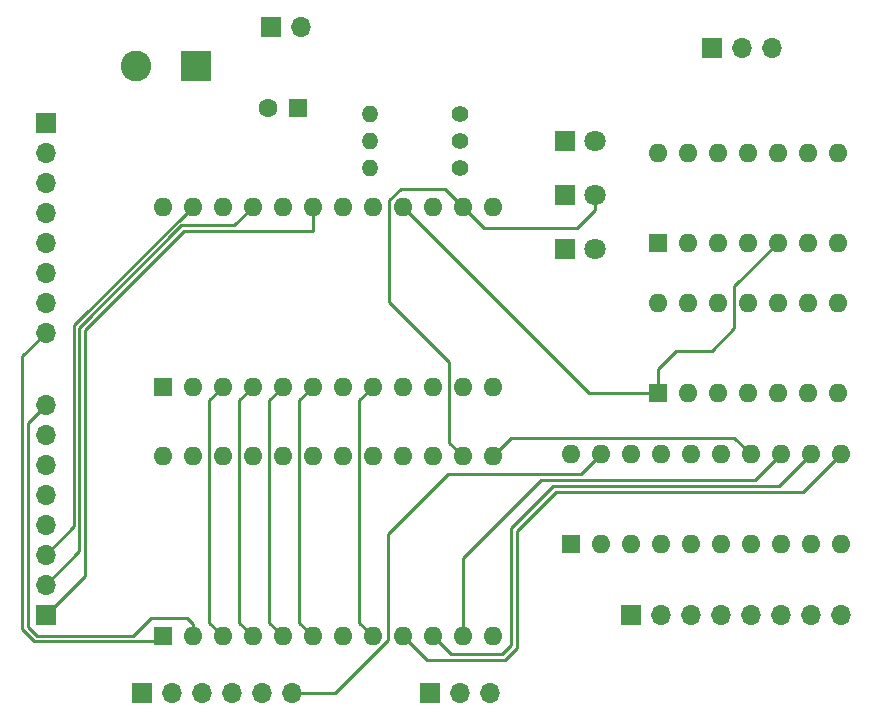
<source format=gbr>
%TF.GenerationSoftware,KiCad,Pcbnew,(5.1.9-0-10_14)*%
%TF.CreationDate,2021-05-10T13:01:54-04:00*%
%TF.ProjectId,ALU-181,414c552d-3138-4312-9e6b-696361645f70,rev?*%
%TF.SameCoordinates,Original*%
%TF.FileFunction,Copper,L2,Inr*%
%TF.FilePolarity,Positive*%
%FSLAX46Y46*%
G04 Gerber Fmt 4.6, Leading zero omitted, Abs format (unit mm)*
G04 Created by KiCad (PCBNEW (5.1.9-0-10_14)) date 2021-05-10 13:01:54*
%MOMM*%
%LPD*%
G01*
G04 APERTURE LIST*
%TA.AperFunction,ComponentPad*%
%ADD10O,1.600000X1.600000*%
%TD*%
%TA.AperFunction,ComponentPad*%
%ADD11R,1.600000X1.600000*%
%TD*%
%TA.AperFunction,ComponentPad*%
%ADD12O,1.700000X1.700000*%
%TD*%
%TA.AperFunction,ComponentPad*%
%ADD13R,1.700000X1.700000*%
%TD*%
%TA.AperFunction,ComponentPad*%
%ADD14C,1.400000*%
%TD*%
%TA.AperFunction,ComponentPad*%
%ADD15O,1.400000X1.400000*%
%TD*%
%TA.AperFunction,ComponentPad*%
%ADD16C,2.600000*%
%TD*%
%TA.AperFunction,ComponentPad*%
%ADD17R,2.600000X2.600000*%
%TD*%
%TA.AperFunction,ComponentPad*%
%ADD18C,1.800000*%
%TD*%
%TA.AperFunction,ComponentPad*%
%ADD19R,1.800000X1.800000*%
%TD*%
%TA.AperFunction,ComponentPad*%
%ADD20C,1.600000*%
%TD*%
%TA.AperFunction,Conductor*%
%ADD21C,0.250000*%
%TD*%
G04 APERTURE END LIST*
D10*
%TO.N,VCC*%
%TO.C,U5*%
X172724000Y-132962000D03*
%TO.N,GND*%
X195584000Y-140582000D03*
%TO.N,/OE*%
X175264000Y-132962000D03*
%TO.N,/F0*%
X193044000Y-140582000D03*
%TO.N,Net-(U1-Pad13)*%
X177804000Y-132962000D03*
%TO.N,/F1*%
X190504000Y-140582000D03*
%TO.N,Net-(U1-Pad11)*%
X180344000Y-132962000D03*
%TO.N,/F2*%
X187964000Y-140582000D03*
%TO.N,Net-(U1-Pad10)*%
X182884000Y-132962000D03*
%TO.N,/F3*%
X185424000Y-140582000D03*
%TO.N,Net-(U1-Pad9)*%
X185424000Y-132962000D03*
%TO.N,/F4*%
X182884000Y-140582000D03*
%TO.N,Net-(U2-Pad13)*%
X187964000Y-132962000D03*
%TO.N,/F5*%
X180344000Y-140582000D03*
%TO.N,Net-(U2-Pad11)*%
X190504000Y-132962000D03*
%TO.N,/F6*%
X177804000Y-140582000D03*
%TO.N,Net-(U2-Pad10)*%
X193044000Y-132962000D03*
%TO.N,/F7*%
X175264000Y-140582000D03*
%TO.N,Net-(U2-Pad9)*%
X195584000Y-132962000D03*
D11*
%TO.N,GND*%
X172724000Y-140582000D03*
%TD*%
D12*
%TO.N,/F0*%
%TO.C,J3*%
X195580000Y-146558000D03*
%TO.N,/F1*%
X193040000Y-146558000D03*
%TO.N,/F2*%
X190500000Y-146558000D03*
%TO.N,/F3*%
X187960000Y-146558000D03*
%TO.N,/F4*%
X185420000Y-146558000D03*
%TO.N,/F5*%
X182880000Y-146558000D03*
%TO.N,/F6*%
X180340000Y-146558000D03*
D13*
%TO.N,/F7*%
X177800000Y-146558000D03*
%TD*%
D12*
%TO.N,/OE*%
%TO.C,J6*%
X149098000Y-153162000D03*
%TO.N,/MODE*%
X146558000Y-153162000D03*
%TO.N,/S0*%
X144018000Y-153162000D03*
%TO.N,/S1*%
X141478000Y-153162000D03*
%TO.N,/S2*%
X138938000Y-153162000D03*
D13*
%TO.N,/S3*%
X136398000Y-153162000D03*
%TD*%
D12*
%TO.N,/A>B*%
%TO.C,J7*%
X189738000Y-98552000D03*
%TO.N,/A==B*%
X187198000Y-98552000D03*
D13*
%TO.N,/CARRY*%
X184658000Y-98552000D03*
%TD*%
D10*
%TO.N,VCC*%
%TO.C,U3*%
X180086000Y-107442000D03*
%TO.N,GND*%
X195326000Y-115062000D03*
%TO.N,N/C*%
X182626000Y-107442000D03*
%TO.N,/A==B*%
X192786000Y-115062000D03*
%TO.N,N/C*%
X185166000Y-107442000D03*
%TO.N,Net-(U1-Pad16)*%
X190246000Y-115062000D03*
%TO.N,N/C*%
X187706000Y-107442000D03*
%TO.N,/A>B*%
X187706000Y-115062000D03*
%TO.N,N/C*%
X190246000Y-107442000D03*
X185166000Y-115062000D03*
X192786000Y-107442000D03*
X182626000Y-115062000D03*
X195326000Y-107442000D03*
D11*
X180086000Y-115062000D03*
%TD*%
D10*
%TO.N,VCC*%
%TO.C,U4*%
X180086000Y-120142000D03*
%TO.N,GND*%
X195326000Y-127762000D03*
%TO.N,N/C*%
X182626000Y-120142000D03*
X192786000Y-127762000D03*
X185166000Y-120142000D03*
X190246000Y-127762000D03*
X187706000Y-120142000D03*
X187706000Y-127762000D03*
X190246000Y-120142000D03*
X185166000Y-127762000D03*
X192786000Y-120142000D03*
%TO.N,/CARRY*%
X182626000Y-127762000D03*
%TO.N,N/C*%
X195326000Y-120142000D03*
D11*
%TO.N,Net-(U1-Pad16)*%
X180086000Y-127762000D03*
%TD*%
D12*
%TO.N,GND*%
%TO.C,J8*%
X165862000Y-153162000D03*
%TO.N,Net-(J8-Pad2)*%
X163322000Y-153162000D03*
D13*
%TO.N,VCC*%
X160782000Y-153162000D03*
%TD*%
D10*
%TO.N,VCC*%
%TO.C,U2*%
X138176000Y-133096000D03*
%TO.N,GND*%
X166116000Y-148336000D03*
%TO.N,/A1*%
X140716000Y-133096000D03*
%TO.N,Net-(U2-Pad11)*%
X163576000Y-148336000D03*
%TO.N,/B1*%
X143256000Y-133096000D03*
%TO.N,Net-(U2-Pad10)*%
X161036000Y-148336000D03*
%TO.N,/A2*%
X145796000Y-133096000D03*
%TO.N,Net-(U2-Pad9)*%
X158496000Y-148336000D03*
%TO.N,/B2*%
X148336000Y-133096000D03*
%TO.N,/MODE*%
X155956000Y-148336000D03*
%TO.N,/A3*%
X150876000Y-133096000D03*
%TO.N,Net-(J8-Pad2)*%
X153416000Y-148336000D03*
%TO.N,/B3*%
X153416000Y-133096000D03*
%TO.N,/S0*%
X150876000Y-148336000D03*
%TO.N,Net-(U2-Pad17)*%
X155956000Y-133096000D03*
%TO.N,/S1*%
X148336000Y-148336000D03*
%TO.N,Net-(U1-Pad7)*%
X158496000Y-133096000D03*
%TO.N,/S2*%
X145796000Y-148336000D03*
%TO.N,Net-(U2-Pad15)*%
X161036000Y-133096000D03*
%TO.N,/S3*%
X143256000Y-148336000D03*
%TO.N,/A==B*%
X163576000Y-133096000D03*
%TO.N,/A0*%
X140716000Y-148336000D03*
%TO.N,Net-(U2-Pad13)*%
X166116000Y-133096000D03*
D11*
%TO.N,/B0*%
X138176000Y-148336000D03*
%TD*%
D10*
%TO.N,VCC*%
%TO.C,U1*%
X138176000Y-112014000D03*
%TO.N,GND*%
X166116000Y-127254000D03*
%TO.N,/A5*%
X140716000Y-112014000D03*
%TO.N,Net-(U1-Pad11)*%
X163576000Y-127254000D03*
%TO.N,/B5*%
X143256000Y-112014000D03*
%TO.N,Net-(U1-Pad10)*%
X161036000Y-127254000D03*
%TO.N,/A6*%
X145796000Y-112014000D03*
%TO.N,Net-(U1-Pad9)*%
X158496000Y-127254000D03*
%TO.N,/B6*%
X148336000Y-112014000D03*
%TO.N,/MODE*%
X155956000Y-127254000D03*
%TO.N,/A7*%
X150876000Y-112014000D03*
%TO.N,Net-(U1-Pad7)*%
X153416000Y-127254000D03*
%TO.N,/B7*%
X153416000Y-112014000D03*
%TO.N,/S0*%
X150876000Y-127254000D03*
%TO.N,Net-(U1-Pad17)*%
X155956000Y-112014000D03*
%TO.N,/S1*%
X148336000Y-127254000D03*
%TO.N,Net-(U1-Pad16)*%
X158496000Y-112014000D03*
%TO.N,/S2*%
X145796000Y-127254000D03*
%TO.N,Net-(U1-Pad15)*%
X161036000Y-112014000D03*
%TO.N,/S3*%
X143256000Y-127254000D03*
%TO.N,/A==B*%
X163576000Y-112014000D03*
%TO.N,/A4*%
X140716000Y-127254000D03*
%TO.N,Net-(U1-Pad13)*%
X166116000Y-112014000D03*
D11*
%TO.N,/B4*%
X138176000Y-127254000D03*
%TD*%
D14*
%TO.N,Net-(D4-Pad1)*%
%TO.C,R4*%
X163322000Y-108712000D03*
D15*
%TO.N,GND*%
X155702000Y-108712000D03*
%TD*%
D14*
%TO.N,Net-(D3-Pad1)*%
%TO.C,R3*%
X163322000Y-106426000D03*
D15*
%TO.N,GND*%
X155702000Y-106426000D03*
%TD*%
D14*
%TO.N,Net-(D1-Pad1)*%
%TO.C,R1*%
X163322000Y-104140000D03*
D15*
%TO.N,GND*%
X155702000Y-104140000D03*
%TD*%
D12*
%TO.N,/B0*%
%TO.C,J5*%
X128270000Y-122682000D03*
%TO.N,/B1*%
X128270000Y-120142000D03*
%TO.N,/B2*%
X128270000Y-117602000D03*
%TO.N,/B3*%
X128270000Y-115062000D03*
%TO.N,/B4*%
X128270000Y-112522000D03*
%TO.N,/B5*%
X128270000Y-109982000D03*
%TO.N,/B6*%
X128270000Y-107442000D03*
D13*
%TO.N,/B7*%
X128270000Y-104902000D03*
%TD*%
D12*
%TO.N,/A0*%
%TO.C,J4*%
X128270000Y-128778000D03*
%TO.N,/A1*%
X128270000Y-131318000D03*
%TO.N,/A2*%
X128270000Y-133858000D03*
%TO.N,/A3*%
X128270000Y-136398000D03*
%TO.N,/A4*%
X128270000Y-138938000D03*
%TO.N,/A5*%
X128270000Y-141478000D03*
%TO.N,/A6*%
X128270000Y-144018000D03*
D13*
%TO.N,/A7*%
X128270000Y-146558000D03*
%TD*%
D16*
%TO.N,VCC*%
%TO.C,J2*%
X135970000Y-100076000D03*
D17*
%TO.N,GND*%
X140970000Y-100076000D03*
%TD*%
D12*
%TO.N,VCC*%
%TO.C,J1*%
X149860000Y-96774000D03*
D13*
%TO.N,GND*%
X147320000Y-96774000D03*
%TD*%
D18*
%TO.N,/CARRY*%
%TO.C,D4*%
X174752000Y-115570000D03*
D19*
%TO.N,Net-(D4-Pad1)*%
X172212000Y-115570000D03*
%TD*%
D18*
%TO.N,/A==B*%
%TO.C,D3*%
X174752000Y-110998000D03*
D19*
%TO.N,Net-(D3-Pad1)*%
X172212000Y-110998000D03*
%TD*%
D18*
%TO.N,/A>B*%
%TO.C,D1*%
X174752000Y-106426000D03*
D19*
%TO.N,Net-(D1-Pad1)*%
X172212000Y-106426000D03*
%TD*%
D20*
%TO.N,GND*%
%TO.C,C1*%
X147106000Y-103632000D03*
D11*
%TO.N,VCC*%
X149606000Y-103632000D03*
%TD*%
D21*
%TO.N,/A0*%
X140716000Y-147320000D02*
X140716000Y-148336000D01*
X140208000Y-146812000D02*
X140716000Y-147320000D01*
X137160000Y-146812000D02*
X140208000Y-146812000D01*
X127508000Y-148336000D02*
X135636000Y-148336000D01*
X135636000Y-148336000D02*
X137160000Y-146812000D01*
X126746000Y-147574000D02*
X127508000Y-148336000D01*
X126746000Y-130302000D02*
X126746000Y-147574000D01*
X128270000Y-128778000D02*
X126746000Y-130302000D01*
%TO.N,/A5*%
X140713178Y-112014000D02*
X130671978Y-122055200D01*
X130671978Y-122055200D02*
X130671978Y-139076022D01*
X140716000Y-112014000D02*
X140713178Y-112014000D01*
X130671978Y-139076022D02*
X128270000Y-141478000D01*
%TO.N,/A6*%
X144214011Y-113595989D02*
X139767600Y-113595989D01*
X131121989Y-141166011D02*
X128270000Y-144018000D01*
X145796000Y-112014000D02*
X144214011Y-113595989D01*
X139767600Y-113595989D02*
X131121989Y-122241600D01*
X131121989Y-122241600D02*
X131121989Y-141166011D01*
%TO.N,/A7*%
X131572000Y-143256000D02*
X128270000Y-146558000D01*
X131572000Y-122428000D02*
X131572000Y-143256000D01*
X139954000Y-114046000D02*
X131572000Y-122428000D01*
X150876000Y-114046000D02*
X139954000Y-114046000D01*
X150876000Y-112014000D02*
X150876000Y-114046000D01*
%TO.N,/B0*%
X137725989Y-148786011D02*
X138176000Y-148336000D01*
X128270000Y-122682000D02*
X126295989Y-124656011D01*
X127321600Y-148786011D02*
X137725989Y-148786011D01*
X126295989Y-124656011D02*
X126295989Y-147760400D01*
X126295989Y-147760400D02*
X127321600Y-148786011D01*
%TO.N,Net-(U1-Pad16)*%
X186580999Y-118727001D02*
X186580999Y-122283001D01*
X190246000Y-115062000D02*
X186580999Y-118727001D01*
X186580999Y-122283001D02*
X184658000Y-124206000D01*
X184658000Y-124206000D02*
X181610000Y-124206000D01*
X180086000Y-125730000D02*
X180086000Y-127762000D01*
X181610000Y-124206000D02*
X180086000Y-125730000D01*
X174244000Y-127762000D02*
X180086000Y-127762000D01*
X158496000Y-112014000D02*
X174244000Y-127762000D01*
%TO.N,/MODE*%
X154830999Y-147210999D02*
X155956000Y-148336000D01*
X154830999Y-128379001D02*
X154830999Y-147210999D01*
X155956000Y-127254000D02*
X154830999Y-128379001D01*
%TO.N,/S0*%
X149750999Y-147210999D02*
X150876000Y-148336000D01*
X149750999Y-128379001D02*
X149750999Y-147210999D01*
X150876000Y-127254000D02*
X149750999Y-128379001D01*
%TO.N,/S1*%
X147210999Y-147210999D02*
X148336000Y-148336000D01*
X147210999Y-128379001D02*
X147210999Y-147210999D01*
X148336000Y-127254000D02*
X147210999Y-128379001D01*
%TO.N,/S2*%
X144670999Y-147210999D02*
X145796000Y-148336000D01*
X144670999Y-128379001D02*
X144670999Y-147210999D01*
X145796000Y-127254000D02*
X144670999Y-128379001D01*
%TO.N,/S3*%
X142130999Y-147210999D02*
X143256000Y-148336000D01*
X142130999Y-128379001D02*
X142130999Y-147210999D01*
X143256000Y-127254000D02*
X142130999Y-128379001D01*
%TO.N,/A==B*%
X174752000Y-110998000D02*
X174752000Y-112268000D01*
X174752000Y-112268000D02*
X173228000Y-113792000D01*
X165354000Y-113792000D02*
X163576000Y-112014000D01*
X173228000Y-113792000D02*
X165354000Y-113792000D01*
X163576000Y-112014000D02*
X162052000Y-110490000D01*
X157370999Y-111473999D02*
X157370999Y-120032999D01*
X158354998Y-110490000D02*
X157370999Y-111473999D01*
X162052000Y-110490000D02*
X158354998Y-110490000D01*
X162450999Y-131970999D02*
X163576000Y-133096000D01*
X162450999Y-125112999D02*
X162450999Y-131970999D01*
X157370999Y-120032999D02*
X162450999Y-125112999D01*
%TO.N,/OE*%
X152795002Y-153162000D02*
X157226000Y-148731002D01*
X149098000Y-153162000D02*
X152795002Y-153162000D01*
X157226000Y-148731002D02*
X157226000Y-139700000D01*
X157226000Y-139700000D02*
X162306000Y-134620000D01*
X173606000Y-134620000D02*
X175264000Y-132962000D01*
X162306000Y-134620000D02*
X173606000Y-134620000D01*
%TO.N,Net-(U2-Pad11)*%
X163576000Y-148336000D02*
X163576000Y-141732000D01*
X163576000Y-141732000D02*
X170180000Y-135128000D01*
X188338000Y-135128000D02*
X190504000Y-132962000D01*
X170180000Y-135128000D02*
X188338000Y-135128000D01*
%TO.N,Net-(U2-Pad10)*%
X193044000Y-132962000D02*
X190370000Y-135636000D01*
X190370000Y-135636000D02*
X171196000Y-135636000D01*
X171196000Y-135636000D02*
X167640000Y-139192000D01*
X167640000Y-139192000D02*
X167640000Y-149098000D01*
X167640000Y-149098000D02*
X166878000Y-149860000D01*
X162560000Y-149860000D02*
X161036000Y-148336000D01*
X166878000Y-149860000D02*
X162560000Y-149860000D01*
%TO.N,Net-(U2-Pad9)*%
X158496000Y-148336000D02*
X160528000Y-150368000D01*
X160528000Y-150368000D02*
X167132000Y-150368000D01*
X167132000Y-150368000D02*
X168148000Y-149352000D01*
X168148000Y-149352000D02*
X168148000Y-139446000D01*
X168148000Y-139446000D02*
X171450000Y-136144000D01*
X192402000Y-136144000D02*
X195584000Y-132962000D01*
X171450000Y-136144000D02*
X192402000Y-136144000D01*
%TO.N,Net-(U2-Pad13)*%
X166116000Y-133096000D02*
X167640000Y-131572000D01*
X186574000Y-131572000D02*
X187964000Y-132962000D01*
X167640000Y-131572000D02*
X186574000Y-131572000D01*
%TD*%
M02*

</source>
